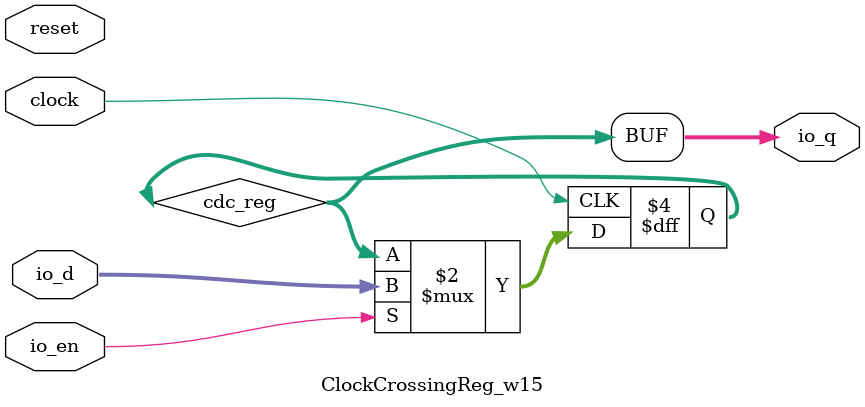
<source format=v>
module ClockCrossingReg_w15(
  input         clock,
  input         reset,
  input  [14:0] io_d,
  output [14:0] io_q,
  input         io_en
);
`ifdef RANDOMIZE_REG_INIT
  reg [31:0] _RAND_0;
`endif // RANDOMIZE_REG_INIT
  reg [14:0] cdc_reg; // @[Reg.scala 15:16]
  assign io_q = cdc_reg; // @[SynchronizerReg.scala 202:8]
  always @(posedge clock) begin
    if (io_en) begin // @[Reg.scala 16:19]
      cdc_reg <= io_d; // @[Reg.scala 16:23]
    end
  end
// Register and memory initialization
`ifdef RANDOMIZE_GARBAGE_ASSIGN
`define RANDOMIZE
`endif
`ifdef RANDOMIZE_INVALID_ASSIGN
`define RANDOMIZE
`endif
`ifdef RANDOMIZE_REG_INIT
`define RANDOMIZE
`endif
`ifdef RANDOMIZE_MEM_INIT
`define RANDOMIZE
`endif
`ifndef RANDOM
`define RANDOM $random
`endif
`ifdef RANDOMIZE_MEM_INIT
  integer initvar;
`endif
`ifndef SYNTHESIS
`ifdef FIRRTL_BEFORE_INITIAL
`FIRRTL_BEFORE_INITIAL
`endif
initial begin
  `ifdef RANDOMIZE
    `ifdef INIT_RANDOM
      `INIT_RANDOM
    `endif
    `ifndef VERILATOR
      `ifdef RANDOMIZE_DELAY
        #`RANDOMIZE_DELAY begin end
      `else
        #0.002 begin end
      `endif
    `endif
`ifdef RANDOMIZE_REG_INIT
  _RAND_0 = {1{`RANDOM}};
  cdc_reg = _RAND_0[14:0];
`endif // RANDOMIZE_REG_INIT
  `endif // RANDOMIZE
end // initial
`ifdef FIRRTL_AFTER_INITIAL
`FIRRTL_AFTER_INITIAL
`endif
`endif // SYNTHESIS
endmodule

</source>
